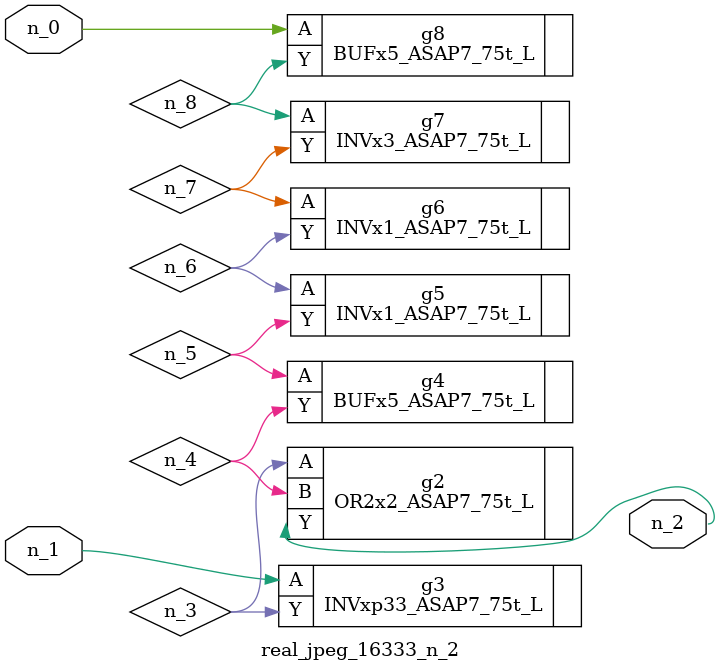
<source format=v>
module real_jpeg_16333_n_2 (n_1, n_0, n_2);

input n_1;
input n_0;

output n_2;

wire n_5;
wire n_4;
wire n_8;
wire n_6;
wire n_7;
wire n_3;

BUFx5_ASAP7_75t_L g8 ( 
.A(n_0),
.Y(n_8)
);

INVxp33_ASAP7_75t_L g3 ( 
.A(n_1),
.Y(n_3)
);

OR2x2_ASAP7_75t_L g2 ( 
.A(n_3),
.B(n_4),
.Y(n_2)
);

BUFx5_ASAP7_75t_L g4 ( 
.A(n_5),
.Y(n_4)
);

INVx1_ASAP7_75t_L g5 ( 
.A(n_6),
.Y(n_5)
);

INVx1_ASAP7_75t_L g6 ( 
.A(n_7),
.Y(n_6)
);

INVx3_ASAP7_75t_L g7 ( 
.A(n_8),
.Y(n_7)
);


endmodule
</source>
